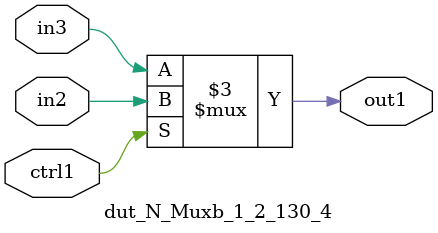
<source format=v>

`timescale 1ps / 1ps


module dut_N_Muxb_1_2_130_4( in3, in2, ctrl1, out1 );

    input in3;
    input in2;
    input ctrl1;
    output out1;
    reg out1;

    
    // rtl_process:dut_N_Muxb_1_2_130_4/dut_N_Muxb_1_2_130_4_thread_1
    always @*
      begin : dut_N_Muxb_1_2_130_4_thread_1
        case (ctrl1) 
          1'b1: 
            begin
              out1 = in2;
            end
          default: 
            begin
              out1 = in3;
            end
        endcase
      end

endmodule



</source>
